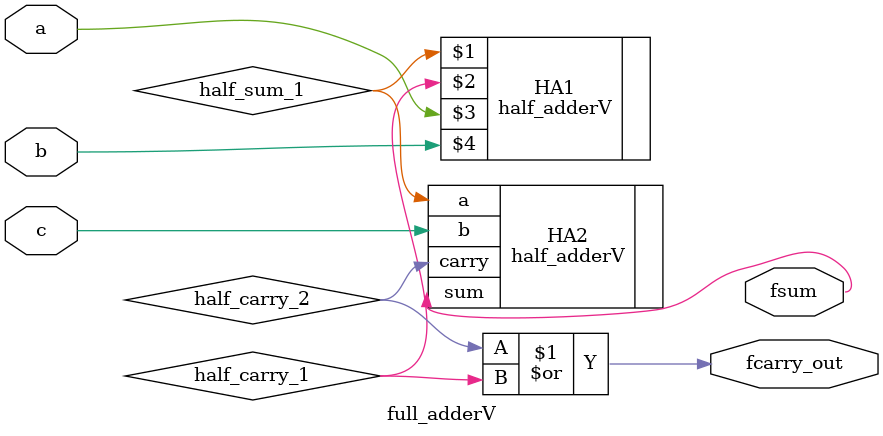
<source format=v>
`include "half_adderV.v"

module full_adderV (fsum, fcarry_out, a, b, c); 
    input   a, b, c; 
    output  fsum, fcarry_out; 
    wire    half_sum_1, half_carry_1, half_carry_2; 
    
    //module half_adderV(sum, carry, a, b); 
    half_adderV HA1(half_sum_1, half_carry_1, a, b); //instance 1 of Half Adder
    
    //half_adder HA2(fsum, half_carry_2, half_sum_1, c); //instance 2 of Half Adder
    half_adderV HA2(
                    .sum(fsum), 
                    .carry(half_carry_2), 
                    .a(half_sum_1), 
                    .b(c)
                    ); //instance 2 of Half Adder
                        
    or or1(fcarry_out, half_carry_2, half_carry_1); 
    
endmodule
</source>
